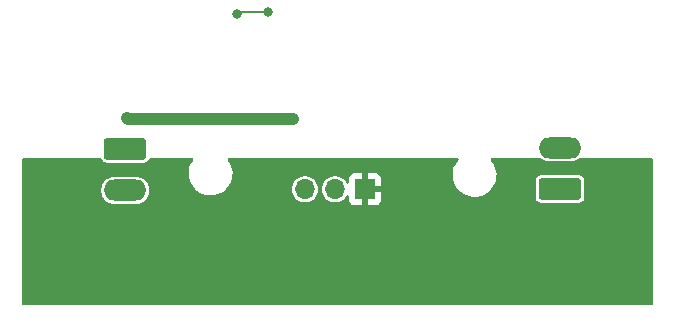
<source format=gbr>
%TF.GenerationSoftware,KiCad,Pcbnew,7.0.7*%
%TF.CreationDate,2024-02-20T00:19:48+01:00*%
%TF.ProjectId,turningLoopMosfet,7475726e-696e-4674-9c6f-6f704d6f7366,rev?*%
%TF.SameCoordinates,Original*%
%TF.FileFunction,Copper,L2,Bot*%
%TF.FilePolarity,Positive*%
%FSLAX46Y46*%
G04 Gerber Fmt 4.6, Leading zero omitted, Abs format (unit mm)*
G04 Created by KiCad (PCBNEW 7.0.7) date 2024-02-20 00:19:48*
%MOMM*%
%LPD*%
G01*
G04 APERTURE LIST*
G04 Aperture macros list*
%AMRoundRect*
0 Rectangle with rounded corners*
0 $1 Rounding radius*
0 $2 $3 $4 $5 $6 $7 $8 $9 X,Y pos of 4 corners*
0 Add a 4 corners polygon primitive as box body*
4,1,4,$2,$3,$4,$5,$6,$7,$8,$9,$2,$3,0*
0 Add four circle primitives for the rounded corners*
1,1,$1+$1,$2,$3*
1,1,$1+$1,$4,$5*
1,1,$1+$1,$6,$7*
1,1,$1+$1,$8,$9*
0 Add four rect primitives between the rounded corners*
20,1,$1+$1,$2,$3,$4,$5,0*
20,1,$1+$1,$4,$5,$6,$7,0*
20,1,$1+$1,$6,$7,$8,$9,0*
20,1,$1+$1,$8,$9,$2,$3,0*%
G04 Aperture macros list end*
%TA.AperFunction,ComponentPad*%
%ADD10O,1.700000X1.700000*%
%TD*%
%TA.AperFunction,ComponentPad*%
%ADD11R,1.700000X1.700000*%
%TD*%
%TA.AperFunction,ComponentPad*%
%ADD12RoundRect,0.250000X1.550000X-0.650000X1.550000X0.650000X-1.550000X0.650000X-1.550000X-0.650000X0*%
%TD*%
%TA.AperFunction,ComponentPad*%
%ADD13O,3.600000X1.800000*%
%TD*%
%TA.AperFunction,ComponentPad*%
%ADD14RoundRect,0.250000X-1.550000X0.650000X-1.550000X-0.650000X1.550000X-0.650000X1.550000X0.650000X0*%
%TD*%
%TA.AperFunction,ViaPad*%
%ADD15C,0.800000*%
%TD*%
%TA.AperFunction,Conductor*%
%ADD16C,0.200000*%
%TD*%
%TA.AperFunction,Conductor*%
%ADD17C,1.000000*%
%TD*%
G04 APERTURE END LIST*
D10*
%TO.P,J103,3,Pin_3*%
%TO.N,/Vo*%
X96759000Y-105861000D03*
%TO.P,J103,2,Pin_2*%
%TO.N,+12V*%
X99299000Y-105861000D03*
D11*
%TO.P,J103,1,Pin_1*%
%TO.N,GND*%
X101839000Y-105861000D03*
%TD*%
D12*
%TO.P,J102,1,Pin_1*%
%TO.N,/DCC_OUT_A*%
X118352500Y-105835000D03*
D13*
%TO.P,J102,2,Pin_2*%
%TO.N,/DCC_OUT_B*%
X118352500Y-102335000D03*
%TD*%
D14*
%TO.P,J101,1,Pin_1*%
%TO.N,/DCC_IN_B*%
X81545500Y-102445000D03*
D13*
%TO.P,J101,2,Pin_2*%
%TO.N,/DCC_IN_A*%
X81545500Y-105945000D03*
%TD*%
D15*
%TO.N,GND*%
X124968000Y-104521000D03*
X124841000Y-114554000D03*
X75438000Y-103886000D03*
X117983000Y-114935000D03*
X106615007Y-114331113D03*
X73406000Y-115062000D03*
X120074145Y-110003745D03*
X122301000Y-104521000D03*
X99060000Y-108077000D03*
X78613000Y-114046000D03*
X80899000Y-111887000D03*
X82042000Y-110871000D03*
X83439000Y-114300000D03*
X85090000Y-112522000D03*
X85090000Y-114300000D03*
X88519000Y-114300000D03*
X88519000Y-112522000D03*
X94488000Y-113919000D03*
X90297000Y-114046000D03*
X92329000Y-112395000D03*
X104775000Y-108966000D03*
X115951000Y-111760000D03*
X114173000Y-113157000D03*
X108500000Y-109500000D03*
%TO.N,/Mosfets2/GATE*%
X90988500Y-91033300D03*
X93653964Y-90859964D03*
%TO.N,/DCC_OUT_A*%
X95758000Y-99949000D03*
X81661000Y-99822000D03*
%TD*%
D16*
%TO.N,/Mosfets2/GATE*%
X93653964Y-90859964D02*
X91161836Y-90859964D01*
X91161836Y-90859964D02*
X90988500Y-91033300D01*
D17*
%TO.N,/DCC_OUT_A*%
X81788000Y-99949000D02*
X81661000Y-99822000D01*
X95758000Y-99949000D02*
X81788000Y-99949000D01*
%TD*%
%TA.AperFunction,Conductor*%
%TO.N,GND*%
G36*
X79481799Y-103220685D02*
G01*
X79527554Y-103273489D01*
X79530942Y-103281667D01*
X79551702Y-103337328D01*
X79551706Y-103337335D01*
X79637952Y-103452544D01*
X79637955Y-103452547D01*
X79753164Y-103538793D01*
X79753171Y-103538797D01*
X79888017Y-103589091D01*
X79888016Y-103589091D01*
X79894944Y-103589835D01*
X79947627Y-103595500D01*
X83143372Y-103595499D01*
X83202983Y-103589091D01*
X83337831Y-103538796D01*
X83453046Y-103452546D01*
X83539296Y-103337331D01*
X83546742Y-103317367D01*
X83560058Y-103281667D01*
X83601929Y-103225733D01*
X83667394Y-103201316D01*
X83676240Y-103201000D01*
X87200871Y-103201000D01*
X87267910Y-103220685D01*
X87313665Y-103273489D01*
X87323609Y-103342647D01*
X87301719Y-103397148D01*
X87270068Y-103441390D01*
X87189202Y-103554419D01*
X87189199Y-103554424D01*
X87065350Y-103795309D01*
X87065343Y-103795327D01*
X86977884Y-104051685D01*
X86977881Y-104051699D01*
X86928681Y-104318068D01*
X86928680Y-104318075D01*
X86918787Y-104588763D01*
X86948413Y-104858013D01*
X86948415Y-104858024D01*
X87016926Y-105120082D01*
X87016928Y-105120088D01*
X87122870Y-105369390D01*
X87263979Y-105600605D01*
X87263986Y-105600615D01*
X87437253Y-105808819D01*
X87437259Y-105808824D01*
X87575725Y-105932889D01*
X87638998Y-105989582D01*
X87864910Y-106139044D01*
X88110176Y-106254020D01*
X88110183Y-106254022D01*
X88110185Y-106254023D01*
X88369557Y-106332057D01*
X88369564Y-106332058D01*
X88369569Y-106332060D01*
X88637561Y-106371500D01*
X88637566Y-106371500D01*
X88840636Y-106371500D01*
X88892133Y-106367730D01*
X89043156Y-106356677D01*
X89171837Y-106328012D01*
X89307546Y-106297782D01*
X89307548Y-106297781D01*
X89307553Y-106297780D01*
X89560558Y-106201014D01*
X89796777Y-106068441D01*
X90011177Y-105902888D01*
X90051562Y-105861000D01*
X95653785Y-105861000D01*
X95672602Y-106064082D01*
X95728417Y-106260247D01*
X95728422Y-106260260D01*
X95819327Y-106442821D01*
X95942237Y-106605581D01*
X96092958Y-106742980D01*
X96092960Y-106742982D01*
X96183226Y-106798872D01*
X96266363Y-106850348D01*
X96456544Y-106924024D01*
X96657024Y-106961500D01*
X96657026Y-106961500D01*
X96860974Y-106961500D01*
X96860976Y-106961500D01*
X97061456Y-106924024D01*
X97251637Y-106850348D01*
X97425041Y-106742981D01*
X97575764Y-106605579D01*
X97698673Y-106442821D01*
X97789582Y-106260250D01*
X97845397Y-106064083D01*
X97864215Y-105861000D01*
X98193785Y-105861000D01*
X98212602Y-106064082D01*
X98268417Y-106260247D01*
X98268422Y-106260260D01*
X98359327Y-106442821D01*
X98482237Y-106605581D01*
X98632958Y-106742980D01*
X98632960Y-106742982D01*
X98723226Y-106798872D01*
X98806363Y-106850348D01*
X98996544Y-106924024D01*
X99197024Y-106961500D01*
X99197026Y-106961500D01*
X99400974Y-106961500D01*
X99400976Y-106961500D01*
X99601456Y-106924024D01*
X99791637Y-106850348D01*
X99965041Y-106742981D01*
X100115764Y-106605579D01*
X100238673Y-106442821D01*
X100238674Y-106442819D01*
X100254000Y-106412041D01*
X100301503Y-106360803D01*
X100369165Y-106343382D01*
X100435506Y-106365307D01*
X100479461Y-106419619D01*
X100489000Y-106467312D01*
X100489000Y-106758844D01*
X100495401Y-106818372D01*
X100495403Y-106818379D01*
X100545645Y-106953086D01*
X100545649Y-106953093D01*
X100631809Y-107068187D01*
X100631812Y-107068190D01*
X100746906Y-107154350D01*
X100746913Y-107154354D01*
X100881620Y-107204596D01*
X100881627Y-107204598D01*
X100941155Y-107210999D01*
X100941172Y-107211000D01*
X101588999Y-107211000D01*
X101589000Y-106473301D01*
X101608685Y-106406262D01*
X101661489Y-106360507D01*
X101730647Y-106350563D01*
X101803237Y-106361000D01*
X101803238Y-106361000D01*
X101874762Y-106361000D01*
X101874763Y-106361000D01*
X101947353Y-106350563D01*
X102016512Y-106360507D01*
X102069315Y-106406262D01*
X102089000Y-106473301D01*
X102089000Y-107211000D01*
X102736828Y-107211000D01*
X102736844Y-107210999D01*
X102796372Y-107204598D01*
X102796379Y-107204596D01*
X102931086Y-107154354D01*
X102931093Y-107154350D01*
X103046187Y-107068190D01*
X103046190Y-107068187D01*
X103132350Y-106953093D01*
X103132354Y-106953086D01*
X103182596Y-106818379D01*
X103182598Y-106818372D01*
X103188999Y-106758844D01*
X103189000Y-106758827D01*
X103189000Y-106532870D01*
X116302000Y-106532870D01*
X116302001Y-106532876D01*
X116308408Y-106592483D01*
X116358702Y-106727328D01*
X116358706Y-106727335D01*
X116444952Y-106842544D01*
X116444955Y-106842547D01*
X116560164Y-106928793D01*
X116560171Y-106928797D01*
X116695017Y-106979091D01*
X116695016Y-106979091D01*
X116701944Y-106979835D01*
X116754627Y-106985500D01*
X119950372Y-106985499D01*
X120009983Y-106979091D01*
X120144831Y-106928796D01*
X120260046Y-106842546D01*
X120346296Y-106727331D01*
X120396591Y-106592483D01*
X120403000Y-106532873D01*
X120402999Y-105137128D01*
X120396591Y-105077517D01*
X120364066Y-104990314D01*
X120346297Y-104942671D01*
X120346293Y-104942664D01*
X120260047Y-104827455D01*
X120260044Y-104827452D01*
X120144835Y-104741206D01*
X120144828Y-104741202D01*
X120009982Y-104690908D01*
X120009983Y-104690908D01*
X119950383Y-104684501D01*
X119950381Y-104684500D01*
X119950373Y-104684500D01*
X119950364Y-104684500D01*
X116754629Y-104684500D01*
X116754623Y-104684501D01*
X116695016Y-104690908D01*
X116560171Y-104741202D01*
X116560164Y-104741206D01*
X116444955Y-104827452D01*
X116444952Y-104827455D01*
X116358706Y-104942664D01*
X116358702Y-104942671D01*
X116308408Y-105077517D01*
X116303832Y-105120088D01*
X116302001Y-105137123D01*
X116302000Y-105137135D01*
X116302000Y-106532870D01*
X103189000Y-106532870D01*
X103189000Y-106111000D01*
X102452347Y-106111000D01*
X102385308Y-106091315D01*
X102339553Y-106038511D01*
X102329609Y-105969353D01*
X102333369Y-105952067D01*
X102338139Y-105935820D01*
X102339000Y-105932889D01*
X102339000Y-105789111D01*
X102333368Y-105769933D01*
X102333370Y-105700064D01*
X102371145Y-105641286D01*
X102434701Y-105612262D01*
X102452347Y-105611000D01*
X103189000Y-105611000D01*
X103189000Y-104963172D01*
X103188999Y-104963155D01*
X103182598Y-104903627D01*
X103182596Y-104903620D01*
X103132354Y-104768913D01*
X103132350Y-104768906D01*
X103046190Y-104653812D01*
X103046187Y-104653809D01*
X102931093Y-104567649D01*
X102931086Y-104567645D01*
X102796379Y-104517403D01*
X102796372Y-104517401D01*
X102736844Y-104511000D01*
X102089000Y-104511000D01*
X102089000Y-105248698D01*
X102069315Y-105315737D01*
X102016511Y-105361492D01*
X101947355Y-105371436D01*
X101874766Y-105361000D01*
X101874763Y-105361000D01*
X101803237Y-105361000D01*
X101803233Y-105361000D01*
X101730645Y-105371436D01*
X101661487Y-105361492D01*
X101608684Y-105315736D01*
X101589000Y-105248698D01*
X101589000Y-104511000D01*
X100941155Y-104511000D01*
X100881627Y-104517401D01*
X100881620Y-104517403D01*
X100746913Y-104567645D01*
X100746906Y-104567649D01*
X100631812Y-104653809D01*
X100631809Y-104653812D01*
X100545649Y-104768906D01*
X100545645Y-104768913D01*
X100495403Y-104903620D01*
X100495401Y-104903627D01*
X100489000Y-104963155D01*
X100489000Y-105254687D01*
X100469315Y-105321726D01*
X100416511Y-105367481D01*
X100347353Y-105377425D01*
X100283797Y-105348400D01*
X100254000Y-105309960D01*
X100238673Y-105279179D01*
X100214435Y-105247082D01*
X100115762Y-105116418D01*
X99965041Y-104979019D01*
X99965039Y-104979017D01*
X99791642Y-104871655D01*
X99791635Y-104871651D01*
X99696546Y-104834814D01*
X99601456Y-104797976D01*
X99400976Y-104760500D01*
X99197024Y-104760500D01*
X98996544Y-104797976D01*
X98996541Y-104797976D01*
X98996541Y-104797977D01*
X98806364Y-104871651D01*
X98806357Y-104871655D01*
X98632960Y-104979017D01*
X98632958Y-104979019D01*
X98482237Y-105116418D01*
X98359327Y-105279178D01*
X98268422Y-105461739D01*
X98268417Y-105461752D01*
X98212602Y-105657917D01*
X98193785Y-105860999D01*
X98193785Y-105861000D01*
X97864215Y-105861000D01*
X97845397Y-105657917D01*
X97789582Y-105461750D01*
X97698673Y-105279179D01*
X97639704Y-105201091D01*
X97575762Y-105116418D01*
X97425041Y-104979019D01*
X97425039Y-104979017D01*
X97251642Y-104871655D01*
X97251635Y-104871651D01*
X97156546Y-104834814D01*
X97061456Y-104797976D01*
X96860976Y-104760500D01*
X96657024Y-104760500D01*
X96456544Y-104797976D01*
X96456541Y-104797976D01*
X96456541Y-104797977D01*
X96266364Y-104871651D01*
X96266357Y-104871655D01*
X96092960Y-104979017D01*
X96092958Y-104979019D01*
X95942237Y-105116418D01*
X95819327Y-105279178D01*
X95728422Y-105461739D01*
X95728417Y-105461752D01*
X95672602Y-105657917D01*
X95653785Y-105860999D01*
X95653785Y-105861000D01*
X90051562Y-105861000D01*
X90199186Y-105707881D01*
X90356799Y-105487579D01*
X90445149Y-105315737D01*
X90480649Y-105246690D01*
X90480651Y-105246684D01*
X90480656Y-105246675D01*
X90568118Y-104990305D01*
X90617319Y-104723933D01*
X90627212Y-104453235D01*
X90597586Y-104183982D01*
X90529072Y-103921912D01*
X90423130Y-103672610D01*
X90282018Y-103441390D01*
X90251166Y-103404317D01*
X90223415Y-103340198D01*
X90234735Y-103271251D01*
X90281533Y-103219369D01*
X90346480Y-103201000D01*
X109657803Y-103201000D01*
X109724842Y-103220685D01*
X109770597Y-103273489D01*
X109780541Y-103342647D01*
X109751516Y-103406203D01*
X109747071Y-103411065D01*
X109698822Y-103461109D01*
X109698816Y-103461116D01*
X109541202Y-103681419D01*
X109541199Y-103681424D01*
X109417350Y-103922309D01*
X109417343Y-103922327D01*
X109329884Y-104178685D01*
X109329881Y-104178699D01*
X109280681Y-104445068D01*
X109280680Y-104445075D01*
X109270787Y-104715763D01*
X109300413Y-104985013D01*
X109300415Y-104985024D01*
X109368819Y-105246672D01*
X109368928Y-105247088D01*
X109474870Y-105496390D01*
X109555680Y-105628802D01*
X109615979Y-105727605D01*
X109615986Y-105727615D01*
X109789253Y-105935819D01*
X109789259Y-105935824D01*
X109826680Y-105969353D01*
X109990998Y-106116582D01*
X110216910Y-106266044D01*
X110462176Y-106381020D01*
X110462183Y-106381022D01*
X110462185Y-106381023D01*
X110721557Y-106459057D01*
X110721564Y-106459058D01*
X110721569Y-106459060D01*
X110989561Y-106498500D01*
X110989566Y-106498500D01*
X111192636Y-106498500D01*
X111244133Y-106494730D01*
X111395156Y-106483677D01*
X111507758Y-106458593D01*
X111659546Y-106424782D01*
X111659548Y-106424781D01*
X111659553Y-106424780D01*
X111912558Y-106328014D01*
X112148777Y-106195441D01*
X112363177Y-106029888D01*
X112551186Y-105834881D01*
X112708799Y-105614579D01*
X112803708Y-105429980D01*
X112832649Y-105373690D01*
X112832651Y-105373684D01*
X112832656Y-105373675D01*
X112920118Y-105117305D01*
X112969319Y-104850933D01*
X112979212Y-104580235D01*
X112949586Y-104310982D01*
X112881072Y-104048912D01*
X112775130Y-103799610D01*
X112634018Y-103568390D01*
X112544747Y-103461119D01*
X112497478Y-103404319D01*
X112469725Y-103340198D01*
X112481044Y-103271251D01*
X112527842Y-103219369D01*
X112592790Y-103201000D01*
X116648592Y-103201000D01*
X116715631Y-103220685D01*
X116723319Y-103226046D01*
X116844246Y-103317367D01*
X117035106Y-103412403D01*
X117035108Y-103412403D01*
X117035111Y-103412405D01*
X117240190Y-103470756D01*
X117399306Y-103485500D01*
X117399310Y-103485500D01*
X119305690Y-103485500D01*
X119305694Y-103485500D01*
X119464810Y-103470756D01*
X119669889Y-103412405D01*
X119669893Y-103412403D01*
X119669894Y-103412403D01*
X119860753Y-103317367D01*
X119860753Y-103317366D01*
X119860755Y-103317366D01*
X119981681Y-103226045D01*
X120047042Y-103201354D01*
X120056408Y-103201000D01*
X126075500Y-103201000D01*
X126142539Y-103220685D01*
X126188294Y-103273489D01*
X126199500Y-103325000D01*
X126199500Y-115575500D01*
X126179815Y-115642539D01*
X126127011Y-115688294D01*
X126075500Y-115699500D01*
X72924500Y-115699500D01*
X72857461Y-115679815D01*
X72811706Y-115627011D01*
X72800500Y-115575500D01*
X72800500Y-106051610D01*
X79495000Y-106051610D01*
X79534179Y-106261198D01*
X79561630Y-106332057D01*
X79604539Y-106442821D01*
X79611202Y-106460019D01*
X79723448Y-106641302D01*
X79867093Y-106798872D01*
X80037246Y-106927367D01*
X80228106Y-107022403D01*
X80228108Y-107022403D01*
X80228111Y-107022405D01*
X80433190Y-107080756D01*
X80592306Y-107095500D01*
X80592310Y-107095500D01*
X82498690Y-107095500D01*
X82498694Y-107095500D01*
X82657810Y-107080756D01*
X82862889Y-107022405D01*
X82862893Y-107022403D01*
X82862894Y-107022403D01*
X83053753Y-106927367D01*
X83053753Y-106927366D01*
X83053755Y-106927366D01*
X83223907Y-106798872D01*
X83367552Y-106641302D01*
X83479798Y-106460019D01*
X83556821Y-106261198D01*
X83596000Y-106051610D01*
X83596000Y-105838390D01*
X83556821Y-105628802D01*
X83479798Y-105429981D01*
X83367552Y-105248698D01*
X83223907Y-105091128D01*
X83223906Y-105091127D01*
X83053753Y-104962632D01*
X82862893Y-104867596D01*
X82657810Y-104809244D01*
X82657809Y-104809244D01*
X82498694Y-104794500D01*
X80592306Y-104794500D01*
X80465013Y-104806295D01*
X80433189Y-104809244D01*
X80228107Y-104867596D01*
X80228105Y-104867596D01*
X80037246Y-104962632D01*
X79867093Y-105091127D01*
X79723447Y-105248699D01*
X79611202Y-105429980D01*
X79611201Y-105429982D01*
X79534180Y-105628799D01*
X79534179Y-105628802D01*
X79495000Y-105838390D01*
X79495000Y-106051610D01*
X72800500Y-106051610D01*
X72800500Y-103325000D01*
X72820185Y-103257961D01*
X72872989Y-103212206D01*
X72924500Y-103201000D01*
X79414760Y-103201000D01*
X79481799Y-103220685D01*
G37*
%TD.AperFunction*%
%TD*%
M02*

</source>
